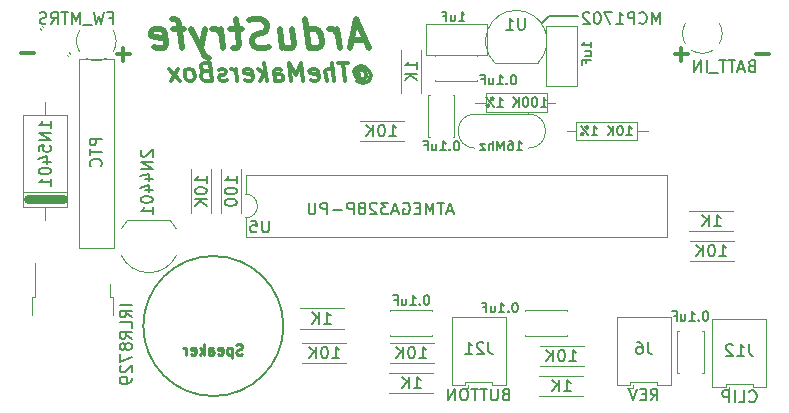
<source format=gbo>
G04 #@! TF.FileFunction,Legend,Bot*
%FSLAX46Y46*%
G04 Gerber Fmt 4.6, Leading zero omitted, Abs format (unit mm)*
G04 Created by KiCad (PCBNEW 4.0.7) date 06/15/19 11:12:25*
%MOMM*%
%LPD*%
G01*
G04 APERTURE LIST*
%ADD10C,0.100000*%
%ADD11C,0.300000*%
%ADD12C,0.500000*%
%ADD13C,0.150000*%
%ADD14C,0.120000*%
%ADD15C,0.800000*%
%ADD16C,0.222250*%
G04 APERTURE END LIST*
D10*
D11*
X65879822Y-90896286D02*
X65942321Y-90824857D01*
X66076250Y-90753429D01*
X66219108Y-90753429D01*
X66370893Y-90824857D01*
X66451250Y-90896286D01*
X66540536Y-91039143D01*
X66558393Y-91182000D01*
X66504821Y-91324857D01*
X66442322Y-91396286D01*
X66308393Y-91467714D01*
X66165535Y-91467714D01*
X66013750Y-91396286D01*
X65933393Y-91324857D01*
X65861965Y-90753429D02*
X65933393Y-91324857D01*
X65870893Y-91396286D01*
X65799465Y-91396286D01*
X65647678Y-91324857D01*
X65558393Y-91182000D01*
X65513750Y-90824857D01*
X65629821Y-90610571D01*
X65826250Y-90467714D01*
X66103036Y-90396286D01*
X66397678Y-90467714D01*
X66629821Y-90610571D01*
X66799464Y-90824857D01*
X66906607Y-91110571D01*
X66870893Y-91396286D01*
X66754821Y-91610571D01*
X66558393Y-91753429D01*
X66281607Y-91824857D01*
X65986965Y-91753429D01*
X65754821Y-91610571D01*
X64995893Y-90110571D02*
X64138750Y-90110571D01*
X64754821Y-91610571D02*
X64567321Y-90110571D01*
X63826250Y-91610571D02*
X63638750Y-90110571D01*
X63183393Y-91610571D02*
X63085179Y-90824857D01*
X63138751Y-90682000D01*
X63272679Y-90610571D01*
X63486964Y-90610571D01*
X63638751Y-90682000D01*
X63719108Y-90753429D01*
X61888751Y-91539143D02*
X62040536Y-91610571D01*
X62326250Y-91610571D01*
X62460179Y-91539143D01*
X62513751Y-91396286D01*
X62442322Y-90824857D01*
X62353036Y-90682000D01*
X62201250Y-90610571D01*
X61915536Y-90610571D01*
X61781608Y-90682000D01*
X61728036Y-90824857D01*
X61745893Y-90967714D01*
X62478036Y-91110571D01*
X61183393Y-91610571D02*
X60995893Y-90110571D01*
X60629822Y-91182000D01*
X59995893Y-90110571D01*
X60183393Y-91610571D01*
X58826250Y-91610571D02*
X58728036Y-90824857D01*
X58781608Y-90682000D01*
X58915536Y-90610571D01*
X59201250Y-90610571D01*
X59353036Y-90682000D01*
X58817322Y-91539143D02*
X58969107Y-91610571D01*
X59326250Y-91610571D01*
X59460179Y-91539143D01*
X59513751Y-91396286D01*
X59495894Y-91253429D01*
X59406607Y-91110571D01*
X59254822Y-91039143D01*
X58897679Y-91039143D01*
X58745893Y-90967714D01*
X58111964Y-91610571D02*
X57924464Y-90110571D01*
X57897679Y-91039143D02*
X57540536Y-91610571D01*
X57415536Y-90610571D02*
X58058393Y-91182000D01*
X56317322Y-91539143D02*
X56469107Y-91610571D01*
X56754821Y-91610571D01*
X56888750Y-91539143D01*
X56942322Y-91396286D01*
X56870893Y-90824857D01*
X56781607Y-90682000D01*
X56629821Y-90610571D01*
X56344107Y-90610571D01*
X56210179Y-90682000D01*
X56156607Y-90824857D01*
X56174464Y-90967714D01*
X56906607Y-91110571D01*
X55611964Y-91610571D02*
X55486964Y-90610571D01*
X55522679Y-90896286D02*
X55433394Y-90753429D01*
X55353036Y-90682000D01*
X55201250Y-90610571D01*
X55058393Y-90610571D01*
X54745894Y-91539143D02*
X54611965Y-91610571D01*
X54326250Y-91610571D01*
X54174465Y-91539143D01*
X54085180Y-91396286D01*
X54076251Y-91324857D01*
X54129822Y-91182000D01*
X54263750Y-91110571D01*
X54478036Y-91110571D01*
X54611965Y-91039143D01*
X54665537Y-90896286D01*
X54656608Y-90824857D01*
X54567322Y-90682000D01*
X54415536Y-90610571D01*
X54201250Y-90610571D01*
X54067322Y-90682000D01*
X52870893Y-90824857D02*
X52665536Y-90896286D01*
X52603036Y-90967714D01*
X52549464Y-91110571D01*
X52576250Y-91324857D01*
X52665536Y-91467714D01*
X52745893Y-91539143D01*
X52897679Y-91610571D01*
X53469107Y-91610571D01*
X53281607Y-90110571D01*
X52781607Y-90110571D01*
X52647679Y-90182000D01*
X52585179Y-90253429D01*
X52531608Y-90396286D01*
X52549465Y-90539143D01*
X52638750Y-90682000D01*
X52719108Y-90753429D01*
X52870893Y-90824857D01*
X53370893Y-90824857D01*
X51754821Y-91610571D02*
X51888751Y-91539143D01*
X51951250Y-91467714D01*
X52004822Y-91324857D01*
X51951251Y-90896286D01*
X51861965Y-90753429D01*
X51781608Y-90682000D01*
X51629821Y-90610571D01*
X51415536Y-90610571D01*
X51281608Y-90682000D01*
X51219108Y-90753429D01*
X51165536Y-90896286D01*
X51219107Y-91324857D01*
X51308393Y-91467714D01*
X51388751Y-91539143D01*
X51540536Y-91610571D01*
X51754821Y-91610571D01*
X50754821Y-91610571D02*
X49844107Y-90610571D01*
X50629821Y-90610571D02*
X49969107Y-91610571D01*
D12*
X66475643Y-88173667D02*
X65285166Y-88173667D01*
X66803024Y-88887952D02*
X65657190Y-86387952D01*
X65136357Y-88887952D01*
X64303024Y-88887952D02*
X64094691Y-87221286D01*
X64154214Y-87697476D02*
X64005405Y-87459381D01*
X63871477Y-87340333D01*
X63618500Y-87221286D01*
X63380405Y-87221286D01*
X61683976Y-88887952D02*
X61371476Y-86387952D01*
X61669095Y-88768905D02*
X61922072Y-88887952D01*
X62398262Y-88887952D01*
X62621476Y-88768905D01*
X62725643Y-88649857D01*
X62814929Y-88411762D01*
X62725643Y-87697476D01*
X62576834Y-87459381D01*
X62442905Y-87340333D01*
X62189929Y-87221286D01*
X61713739Y-87221286D01*
X61490524Y-87340333D01*
X59213738Y-87221286D02*
X59422071Y-88887952D01*
X60285167Y-87221286D02*
X60448857Y-88530810D01*
X60359571Y-88768905D01*
X60136357Y-88887952D01*
X59779214Y-88887952D01*
X59526238Y-88768905D01*
X59392309Y-88649857D01*
X58335762Y-88768905D02*
X57993500Y-88887952D01*
X57398262Y-88887952D01*
X57145285Y-88768905D01*
X57011357Y-88649857D01*
X56862547Y-88411762D01*
X56832785Y-88173667D01*
X56922071Y-87935571D01*
X57026237Y-87816524D01*
X57249452Y-87697476D01*
X57710762Y-87578429D01*
X57933976Y-87459381D01*
X58038143Y-87340333D01*
X58127429Y-87102238D01*
X58097667Y-86864143D01*
X57948857Y-86626048D01*
X57814928Y-86507000D01*
X57561952Y-86387952D01*
X56966714Y-86387952D01*
X56624452Y-86507000D01*
X55999453Y-87221286D02*
X55047072Y-87221286D01*
X55538143Y-86387952D02*
X55806000Y-88530810D01*
X55716714Y-88768905D01*
X55493500Y-88887952D01*
X55255405Y-88887952D01*
X54422072Y-88887952D02*
X54213739Y-87221286D01*
X54273262Y-87697476D02*
X54124453Y-87459381D01*
X53990525Y-87340333D01*
X53737548Y-87221286D01*
X53499453Y-87221286D01*
X52904215Y-87221286D02*
X52517310Y-88887952D01*
X51713739Y-87221286D02*
X52517310Y-88887952D01*
X52829810Y-89483190D01*
X52963739Y-89602238D01*
X53216715Y-89721286D01*
X51118501Y-87221286D02*
X50166120Y-87221286D01*
X50969691Y-88887952D02*
X50701834Y-86745095D01*
X50553024Y-86507000D01*
X50300048Y-86387952D01*
X50061953Y-86387952D01*
X48573858Y-88768905D02*
X48826834Y-88887952D01*
X49303025Y-88887952D01*
X49526239Y-88768905D01*
X49615525Y-88530810D01*
X49496478Y-87578429D01*
X49347668Y-87340333D01*
X49094692Y-87221286D01*
X48618501Y-87221286D01*
X48395287Y-87340333D01*
X48306001Y-87578429D01*
X48335762Y-87816524D01*
X49556001Y-88054619D01*
D13*
X82042000Y-86106000D02*
X84455000Y-86106000D01*
X81407000Y-86741000D02*
X82042000Y-86106000D01*
D11*
X100647428Y-89388143D02*
X99504571Y-89388143D01*
X93789428Y-89388143D02*
X92646571Y-89388143D01*
X93218000Y-89959571D02*
X93218000Y-88816714D01*
X38417428Y-89261143D02*
X37274571Y-89261143D01*
X46545428Y-89388143D02*
X45402571Y-89388143D01*
X45974000Y-89959571D02*
X45974000Y-88816714D01*
D14*
X56328000Y-103235000D02*
G75*
G03X56328000Y-101235000I0J1000000D01*
G01*
X56328000Y-101235000D02*
X56328000Y-99585000D01*
X56328000Y-99585000D02*
X92008000Y-99585000D01*
X92008000Y-99585000D02*
X92008000Y-104885000D01*
X92008000Y-104885000D02*
X56328000Y-104885000D01*
X56328000Y-104885000D02*
X56328000Y-103235000D01*
X96423505Y-88520193D02*
G75*
G03X96423000Y-86739000I-1425505J890193D01*
G01*
X94108106Y-89055358D02*
G75*
G03X95864000Y-89070000I889894J1425358D01*
G01*
X93572642Y-86740106D02*
G75*
G03X93558000Y-88496000I1425358J-889894D01*
G01*
X42797736Y-89689721D02*
G75*
G03X43688000Y-89945000I890264J1424721D01*
G01*
X42262495Y-87374807D02*
G75*
G03X42263000Y-89156000I1425505J-890193D01*
G01*
X45113358Y-89154894D02*
G75*
G03X45128000Y-87399000I-1425358J889894D01*
G01*
X43659326Y-89945099D02*
G75*
G03X44554000Y-89705000I28674J1680099D01*
G01*
X38913000Y-87196000D02*
X39042000Y-87324000D01*
X41163000Y-89446000D02*
X41257000Y-89539000D01*
X39118000Y-86990000D02*
X39212000Y-87084000D01*
X41333000Y-89206000D02*
X41462000Y-89334000D01*
X80268000Y-94435000D02*
X75768000Y-94435000D01*
X80268000Y-97335000D02*
G75*
G03X80268000Y-94435000I0J1450000D01*
G01*
X75768000Y-97335000D02*
G75*
G02X75768000Y-94435000I0J1450000D01*
G01*
D15*
X40870000Y-101675000D02*
X37870000Y-101675000D01*
D14*
X41230000Y-102285000D02*
X37510000Y-102285000D01*
X37510000Y-102285000D02*
X37510000Y-94565000D01*
X37510000Y-94565000D02*
X41230000Y-94565000D01*
X41230000Y-94565000D02*
X41230000Y-102285000D01*
X39370000Y-103395000D02*
X39370000Y-102285000D01*
X39370000Y-93455000D02*
X39370000Y-94565000D01*
X41230000Y-101085000D02*
X37510000Y-101085000D01*
D13*
X59523690Y-112395000D02*
G75*
G03X59523690Y-112395000I-5929690J0D01*
G01*
D14*
X93938000Y-106905000D02*
X97658000Y-106905000D01*
X93938000Y-105185000D02*
X97658000Y-105185000D01*
X81238000Y-115795000D02*
X84958000Y-115795000D01*
X81238000Y-114075000D02*
X84958000Y-114075000D01*
X97578000Y-102645000D02*
X93858000Y-102645000D01*
X97578000Y-104365000D02*
X93858000Y-104365000D01*
X84878000Y-116615000D02*
X81158000Y-116615000D01*
X84878000Y-118335000D02*
X81158000Y-118335000D01*
X81748000Y-86955000D02*
X81748000Y-92075000D01*
X84368000Y-86955000D02*
X84368000Y-92075000D01*
X81748000Y-86955000D02*
X84368000Y-86955000D01*
X81748000Y-92075000D02*
X84368000Y-92075000D01*
X76748000Y-86828000D02*
X71628000Y-86828000D01*
X76748000Y-89448000D02*
X71628000Y-89448000D01*
X76748000Y-86828000D02*
X76748000Y-89448000D01*
X71628000Y-86828000D02*
X71628000Y-89448000D01*
X80008000Y-113251000D02*
X83528000Y-113251000D01*
X80008000Y-111031000D02*
X83528000Y-111031000D01*
X80008000Y-113251000D02*
X80008000Y-113137000D01*
X80008000Y-111145000D02*
X80008000Y-111031000D01*
X83528000Y-113251000D02*
X83528000Y-113137000D01*
X83528000Y-111145000D02*
X83528000Y-111031000D01*
X92888000Y-112855000D02*
X92888000Y-116375000D01*
X95108000Y-112855000D02*
X95108000Y-116375000D01*
X92888000Y-112855000D02*
X93002000Y-112855000D01*
X94994000Y-112855000D02*
X95108000Y-112855000D01*
X92888000Y-116375000D02*
X93002000Y-116375000D01*
X94994000Y-116375000D02*
X95108000Y-116375000D01*
X97248000Y-117515000D02*
X97248000Y-117815000D01*
X97248000Y-117815000D02*
X96748000Y-117815000D01*
X98123000Y-117265000D02*
X96998000Y-117265000D01*
X96998000Y-117265000D02*
X96998000Y-117565000D01*
X96998000Y-117565000D02*
X95848000Y-117565000D01*
X95848000Y-117565000D02*
X95848000Y-111765000D01*
X95848000Y-111765000D02*
X98123000Y-111765000D01*
X98123000Y-117265000D02*
X99248000Y-117265000D01*
X99248000Y-117265000D02*
X99248000Y-117565000D01*
X99248000Y-117565000D02*
X100398000Y-117565000D01*
X100398000Y-117565000D02*
X100398000Y-111765000D01*
X100398000Y-111765000D02*
X98123000Y-111765000D01*
X81048000Y-90115000D02*
X77448000Y-90115000D01*
X81086478Y-90103478D02*
G75*
G03X79248000Y-85665000I-1838478J1838478D01*
G01*
X77409522Y-90103478D02*
G75*
G02X79248000Y-85665000I1838478J1838478D01*
G01*
X71788000Y-92835000D02*
X71788000Y-96355000D01*
X74008000Y-92835000D02*
X74008000Y-96355000D01*
X71788000Y-92835000D02*
X71902000Y-92835000D01*
X73894000Y-92835000D02*
X74008000Y-92835000D01*
X71788000Y-96355000D02*
X71902000Y-96355000D01*
X73894000Y-96355000D02*
X74008000Y-96355000D01*
X72388000Y-91661000D02*
X75908000Y-91661000D01*
X72388000Y-89441000D02*
X75908000Y-89441000D01*
X72388000Y-91661000D02*
X72388000Y-91547000D01*
X72388000Y-89555000D02*
X72388000Y-89441000D01*
X75908000Y-91661000D02*
X75908000Y-91547000D01*
X75908000Y-89555000D02*
X75908000Y-89441000D01*
X65998000Y-96745000D02*
X69718000Y-96745000D01*
X65998000Y-95025000D02*
X69718000Y-95025000D01*
X68578000Y-113251000D02*
X72098000Y-113251000D01*
X68578000Y-111031000D02*
X72098000Y-111031000D01*
X68578000Y-113251000D02*
X68578000Y-113137000D01*
X68578000Y-111145000D02*
X68578000Y-111031000D01*
X72098000Y-113251000D02*
X72098000Y-113137000D01*
X72098000Y-111145000D02*
X72098000Y-111031000D01*
X72178000Y-116361000D02*
X68458000Y-116361000D01*
X72178000Y-118081000D02*
X68458000Y-118081000D01*
X68538000Y-115541000D02*
X72258000Y-115541000D01*
X68538000Y-113821000D02*
X72258000Y-113821000D01*
X53438000Y-102785000D02*
X53438000Y-99065000D01*
X51718000Y-102785000D02*
X51718000Y-99065000D01*
X55978000Y-102785000D02*
X55978000Y-99065000D01*
X54258000Y-102785000D02*
X54258000Y-99065000D01*
X42188000Y-105790000D02*
X45188000Y-105790000D01*
X42188000Y-89790000D02*
X42188000Y-105790000D01*
X45188000Y-89790000D02*
X42188000Y-89790000D01*
X45188000Y-105790000D02*
X45188000Y-89790000D01*
X75188000Y-117355000D02*
X75188000Y-117655000D01*
X75188000Y-117655000D02*
X74688000Y-117655000D01*
X76063000Y-117105000D02*
X74938000Y-117105000D01*
X74938000Y-117105000D02*
X74938000Y-117405000D01*
X74938000Y-117405000D02*
X73788000Y-117405000D01*
X73788000Y-117405000D02*
X73788000Y-111605000D01*
X73788000Y-111605000D02*
X76063000Y-111605000D01*
X76063000Y-117105000D02*
X77188000Y-117105000D01*
X77188000Y-117105000D02*
X77188000Y-117405000D01*
X77188000Y-117405000D02*
X78338000Y-117405000D01*
X78338000Y-117405000D02*
X78338000Y-111605000D01*
X78338000Y-111605000D02*
X76063000Y-111605000D01*
X89158000Y-117355000D02*
X89158000Y-117655000D01*
X89158000Y-117655000D02*
X88658000Y-117655000D01*
X90033000Y-117105000D02*
X88908000Y-117105000D01*
X88908000Y-117105000D02*
X88908000Y-117405000D01*
X88908000Y-117405000D02*
X87758000Y-117405000D01*
X87758000Y-117405000D02*
X87758000Y-111605000D01*
X87758000Y-111605000D02*
X90033000Y-111605000D01*
X90033000Y-117105000D02*
X91158000Y-117105000D01*
X91158000Y-117105000D02*
X91158000Y-117405000D01*
X91158000Y-117405000D02*
X92308000Y-117405000D01*
X92308000Y-117405000D02*
X92308000Y-111605000D01*
X92308000Y-111605000D02*
X90033000Y-111605000D01*
X69498000Y-88985000D02*
X69498000Y-92705000D01*
X71218000Y-88985000D02*
X71218000Y-92705000D01*
D10*
X76658000Y-93472000D02*
X75758000Y-93472000D01*
X81858000Y-93472000D02*
X82558000Y-93472000D01*
X81858000Y-94272000D02*
X81858000Y-92672000D01*
X81858000Y-92672000D02*
X76658000Y-92672000D01*
X76658000Y-92672000D02*
X76658000Y-94272000D01*
X76658000Y-94272000D02*
X81858000Y-94272000D01*
X89458000Y-95885000D02*
X90358000Y-95885000D01*
X84258000Y-95885000D02*
X83558000Y-95885000D01*
X84258000Y-95085000D02*
X84258000Y-96685000D01*
X84258000Y-96685000D02*
X89458000Y-96685000D01*
X89458000Y-96685000D02*
X89458000Y-95085000D01*
X89458000Y-95085000D02*
X84258000Y-95085000D01*
D14*
X64812000Y-113821000D02*
X61092000Y-113821000D01*
X64812000Y-115541000D02*
X61092000Y-115541000D01*
X60918000Y-112620000D02*
X64638000Y-112620000D01*
X60918000Y-110900000D02*
X64638000Y-110900000D01*
X38206000Y-111425000D02*
X38206000Y-109925000D01*
X38206000Y-109925000D02*
X38476000Y-109925000D01*
X38476000Y-109925000D02*
X38476000Y-107095000D01*
X45106000Y-111425000D02*
X45106000Y-109925000D01*
X45106000Y-109925000D02*
X44836000Y-109925000D01*
X44836000Y-109925000D02*
X44836000Y-108825000D01*
X46333000Y-103433000D02*
X49933000Y-103433000D01*
X45808816Y-104160205D02*
G75*
G02X46333000Y-103433000I2324184J-1122795D01*
G01*
X45776600Y-106381807D02*
G75*
G03X48133000Y-107883000I2356400J1098807D01*
G01*
X50489400Y-106381807D02*
G75*
G02X48133000Y-107883000I-2356400J1098807D01*
G01*
X50457184Y-104160205D02*
G75*
G03X49933000Y-103433000I-2324184J-1122795D01*
G01*
D13*
X58292905Y-103465381D02*
X58292905Y-104274905D01*
X58245286Y-104370143D01*
X58197667Y-104417762D01*
X58102429Y-104465381D01*
X57911952Y-104465381D01*
X57816714Y-104417762D01*
X57769095Y-104370143D01*
X57721476Y-104274905D01*
X57721476Y-103465381D01*
X56769095Y-103465381D02*
X57245286Y-103465381D01*
X57292905Y-103941571D01*
X57245286Y-103893952D01*
X57150048Y-103846333D01*
X56911952Y-103846333D01*
X56816714Y-103893952D01*
X56769095Y-103941571D01*
X56721476Y-104036810D01*
X56721476Y-104274905D01*
X56769095Y-104370143D01*
X56816714Y-104417762D01*
X56911952Y-104465381D01*
X57150048Y-104465381D01*
X57245286Y-104417762D01*
X57292905Y-104370143D01*
X73897357Y-102655667D02*
X73421166Y-102655667D01*
X73992595Y-102941381D02*
X73659262Y-101941381D01*
X73325928Y-102941381D01*
X73135452Y-101941381D02*
X72564023Y-101941381D01*
X72849738Y-102941381D02*
X72849738Y-101941381D01*
X72230690Y-102941381D02*
X72230690Y-101941381D01*
X71897356Y-102655667D01*
X71564023Y-101941381D01*
X71564023Y-102941381D01*
X71087833Y-102417571D02*
X70754499Y-102417571D01*
X70611642Y-102941381D02*
X71087833Y-102941381D01*
X71087833Y-101941381D01*
X70611642Y-101941381D01*
X69659261Y-101989000D02*
X69754499Y-101941381D01*
X69897356Y-101941381D01*
X70040214Y-101989000D01*
X70135452Y-102084238D01*
X70183071Y-102179476D01*
X70230690Y-102369952D01*
X70230690Y-102512810D01*
X70183071Y-102703286D01*
X70135452Y-102798524D01*
X70040214Y-102893762D01*
X69897356Y-102941381D01*
X69802118Y-102941381D01*
X69659261Y-102893762D01*
X69611642Y-102846143D01*
X69611642Y-102512810D01*
X69802118Y-102512810D01*
X69230690Y-102655667D02*
X68754499Y-102655667D01*
X69325928Y-102941381D02*
X68992595Y-101941381D01*
X68659261Y-102941381D01*
X68421166Y-101941381D02*
X67802118Y-101941381D01*
X68135452Y-102322333D01*
X67992594Y-102322333D01*
X67897356Y-102369952D01*
X67849737Y-102417571D01*
X67802118Y-102512810D01*
X67802118Y-102750905D01*
X67849737Y-102846143D01*
X67897356Y-102893762D01*
X67992594Y-102941381D01*
X68278309Y-102941381D01*
X68373547Y-102893762D01*
X68421166Y-102846143D01*
X67421166Y-102036619D02*
X67373547Y-101989000D01*
X67278309Y-101941381D01*
X67040213Y-101941381D01*
X66944975Y-101989000D01*
X66897356Y-102036619D01*
X66849737Y-102131857D01*
X66849737Y-102227095D01*
X66897356Y-102369952D01*
X67468785Y-102941381D01*
X66849737Y-102941381D01*
X66278309Y-102369952D02*
X66373547Y-102322333D01*
X66421166Y-102274714D01*
X66468785Y-102179476D01*
X66468785Y-102131857D01*
X66421166Y-102036619D01*
X66373547Y-101989000D01*
X66278309Y-101941381D01*
X66087832Y-101941381D01*
X65992594Y-101989000D01*
X65944975Y-102036619D01*
X65897356Y-102131857D01*
X65897356Y-102179476D01*
X65944975Y-102274714D01*
X65992594Y-102322333D01*
X66087832Y-102369952D01*
X66278309Y-102369952D01*
X66373547Y-102417571D01*
X66421166Y-102465190D01*
X66468785Y-102560429D01*
X66468785Y-102750905D01*
X66421166Y-102846143D01*
X66373547Y-102893762D01*
X66278309Y-102941381D01*
X66087832Y-102941381D01*
X65992594Y-102893762D01*
X65944975Y-102846143D01*
X65897356Y-102750905D01*
X65897356Y-102560429D01*
X65944975Y-102465190D01*
X65992594Y-102417571D01*
X66087832Y-102369952D01*
X65468785Y-102941381D02*
X65468785Y-101941381D01*
X65087832Y-101941381D01*
X64992594Y-101989000D01*
X64944975Y-102036619D01*
X64897356Y-102131857D01*
X64897356Y-102274714D01*
X64944975Y-102369952D01*
X64992594Y-102417571D01*
X65087832Y-102465190D01*
X65468785Y-102465190D01*
X64468785Y-102560429D02*
X63706880Y-102560429D01*
X63230690Y-102941381D02*
X63230690Y-101941381D01*
X62849737Y-101941381D01*
X62754499Y-101989000D01*
X62706880Y-102036619D01*
X62659261Y-102131857D01*
X62659261Y-102274714D01*
X62706880Y-102369952D01*
X62754499Y-102417571D01*
X62849737Y-102465190D01*
X63230690Y-102465190D01*
X62230690Y-101941381D02*
X62230690Y-102750905D01*
X62183071Y-102846143D01*
X62135452Y-102893762D01*
X62040214Y-102941381D01*
X61849737Y-102941381D01*
X61754499Y-102893762D01*
X61706880Y-102846143D01*
X61659261Y-102750905D01*
X61659261Y-101941381D01*
X99162904Y-90352571D02*
X99020047Y-90400190D01*
X98972428Y-90447810D01*
X98924809Y-90543048D01*
X98924809Y-90685905D01*
X98972428Y-90781143D01*
X99020047Y-90828762D01*
X99115285Y-90876381D01*
X99496238Y-90876381D01*
X99496238Y-89876381D01*
X99162904Y-89876381D01*
X99067666Y-89924000D01*
X99020047Y-89971619D01*
X98972428Y-90066857D01*
X98972428Y-90162095D01*
X99020047Y-90257333D01*
X99067666Y-90304952D01*
X99162904Y-90352571D01*
X99496238Y-90352571D01*
X98543857Y-90590667D02*
X98067666Y-90590667D01*
X98639095Y-90876381D02*
X98305762Y-89876381D01*
X97972428Y-90876381D01*
X97781952Y-89876381D02*
X97210523Y-89876381D01*
X97496238Y-90876381D02*
X97496238Y-89876381D01*
X97020047Y-89876381D02*
X96448618Y-89876381D01*
X96734333Y-90876381D02*
X96734333Y-89876381D01*
X96353380Y-90971619D02*
X95591475Y-90971619D01*
X95353380Y-90876381D02*
X95353380Y-89876381D01*
X94877190Y-90876381D02*
X94877190Y-89876381D01*
X94305761Y-90876381D01*
X94305761Y-89876381D01*
X44736095Y-86293571D02*
X45069429Y-86293571D01*
X45069429Y-86817381D02*
X45069429Y-85817381D01*
X44593238Y-85817381D01*
X44307524Y-85817381D02*
X44069429Y-86817381D01*
X43878952Y-86103095D01*
X43688476Y-86817381D01*
X43450381Y-85817381D01*
X43307524Y-86912619D02*
X42545619Y-86912619D01*
X42307524Y-86817381D02*
X42307524Y-85817381D01*
X41974190Y-86531667D01*
X41640857Y-85817381D01*
X41640857Y-86817381D01*
X41307524Y-85817381D02*
X40736095Y-85817381D01*
X41021810Y-86817381D02*
X41021810Y-85817381D01*
X39831333Y-86817381D02*
X40164667Y-86341190D01*
X40402762Y-86817381D02*
X40402762Y-85817381D01*
X40021809Y-85817381D01*
X39926571Y-85865000D01*
X39878952Y-85912619D01*
X39831333Y-86007857D01*
X39831333Y-86150714D01*
X39878952Y-86245952D01*
X39926571Y-86293571D01*
X40021809Y-86341190D01*
X40402762Y-86341190D01*
X39450381Y-86769762D02*
X39307524Y-86817381D01*
X39069428Y-86817381D01*
X38974190Y-86769762D01*
X38926571Y-86722143D01*
X38878952Y-86626905D01*
X38878952Y-86531667D01*
X38926571Y-86436429D01*
X38974190Y-86388810D01*
X39069428Y-86341190D01*
X39259905Y-86293571D01*
X39355143Y-86245952D01*
X39402762Y-86198333D01*
X39450381Y-86103095D01*
X39450381Y-86007857D01*
X39402762Y-85912619D01*
X39355143Y-85865000D01*
X39259905Y-85817381D01*
X39021809Y-85817381D01*
X38878952Y-85865000D01*
X79273238Y-97516905D02*
X79730381Y-97516905D01*
X79501810Y-97516905D02*
X79501810Y-96716905D01*
X79578000Y-96831190D01*
X79654191Y-96907381D01*
X79730381Y-96945476D01*
X78587524Y-96716905D02*
X78739905Y-96716905D01*
X78816095Y-96755000D01*
X78854190Y-96793095D01*
X78930381Y-96907381D01*
X78968476Y-97059762D01*
X78968476Y-97364524D01*
X78930381Y-97440714D01*
X78892286Y-97478810D01*
X78816095Y-97516905D01*
X78663714Y-97516905D01*
X78587524Y-97478810D01*
X78549428Y-97440714D01*
X78511333Y-97364524D01*
X78511333Y-97174048D01*
X78549428Y-97097857D01*
X78587524Y-97059762D01*
X78663714Y-97021667D01*
X78816095Y-97021667D01*
X78892286Y-97059762D01*
X78930381Y-97097857D01*
X78968476Y-97174048D01*
X78168476Y-97516905D02*
X78168476Y-96716905D01*
X77901809Y-97288333D01*
X77635142Y-96716905D01*
X77635142Y-97516905D01*
X77254190Y-97516905D02*
X77254190Y-96716905D01*
X76911333Y-97516905D02*
X76911333Y-97097857D01*
X76949428Y-97021667D01*
X77025618Y-96983571D01*
X77139904Y-96983571D01*
X77216095Y-97021667D01*
X77254190Y-97059762D01*
X76606570Y-96983571D02*
X76187523Y-96983571D01*
X76606570Y-97516905D01*
X76187523Y-97516905D01*
X39822381Y-95647143D02*
X39822381Y-95075714D01*
X39822381Y-95361428D02*
X38822381Y-95361428D01*
X38965238Y-95266190D01*
X39060476Y-95170952D01*
X39108095Y-95075714D01*
X39822381Y-96075714D02*
X38822381Y-96075714D01*
X39822381Y-96647143D01*
X38822381Y-96647143D01*
X38822381Y-97599524D02*
X38822381Y-97123333D01*
X39298571Y-97075714D01*
X39250952Y-97123333D01*
X39203333Y-97218571D01*
X39203333Y-97456667D01*
X39250952Y-97551905D01*
X39298571Y-97599524D01*
X39393810Y-97647143D01*
X39631905Y-97647143D01*
X39727143Y-97599524D01*
X39774762Y-97551905D01*
X39822381Y-97456667D01*
X39822381Y-97218571D01*
X39774762Y-97123333D01*
X39727143Y-97075714D01*
X39155714Y-98504286D02*
X39822381Y-98504286D01*
X38774762Y-98266190D02*
X39489048Y-98028095D01*
X39489048Y-98647143D01*
X38822381Y-99218571D02*
X38822381Y-99313810D01*
X38870000Y-99409048D01*
X38917619Y-99456667D01*
X39012857Y-99504286D01*
X39203333Y-99551905D01*
X39441429Y-99551905D01*
X39631905Y-99504286D01*
X39727143Y-99456667D01*
X39774762Y-99409048D01*
X39822381Y-99313810D01*
X39822381Y-99218571D01*
X39774762Y-99123333D01*
X39727143Y-99075714D01*
X39631905Y-99028095D01*
X39441429Y-98980476D01*
X39203333Y-98980476D01*
X39012857Y-99028095D01*
X38917619Y-99075714D01*
X38870000Y-99123333D01*
X38822381Y-99218571D01*
X39822381Y-100504286D02*
X39822381Y-99932857D01*
X39822381Y-100218571D02*
X38822381Y-100218571D01*
X38965238Y-100123333D01*
X39060476Y-100028095D01*
X39108095Y-99932857D01*
D16*
X56049333Y-114786833D02*
X55922333Y-114829167D01*
X55710666Y-114829167D01*
X55625999Y-114786833D01*
X55583666Y-114744500D01*
X55541333Y-114659833D01*
X55541333Y-114575167D01*
X55583666Y-114490500D01*
X55625999Y-114448167D01*
X55710666Y-114405833D01*
X55879999Y-114363500D01*
X55964666Y-114321167D01*
X56006999Y-114278833D01*
X56049333Y-114194167D01*
X56049333Y-114109500D01*
X56006999Y-114024833D01*
X55964666Y-113982500D01*
X55879999Y-113940167D01*
X55668333Y-113940167D01*
X55541333Y-113982500D01*
X55160332Y-114236500D02*
X55160332Y-115125500D01*
X55160332Y-114278833D02*
X55075666Y-114236500D01*
X54906332Y-114236500D01*
X54821666Y-114278833D01*
X54779332Y-114321167D01*
X54736999Y-114405833D01*
X54736999Y-114659833D01*
X54779332Y-114744500D01*
X54821666Y-114786833D01*
X54906332Y-114829167D01*
X55075666Y-114829167D01*
X55160332Y-114786833D01*
X54017333Y-114786833D02*
X54101999Y-114829167D01*
X54271333Y-114829167D01*
X54355999Y-114786833D01*
X54398333Y-114702167D01*
X54398333Y-114363500D01*
X54355999Y-114278833D01*
X54271333Y-114236500D01*
X54101999Y-114236500D01*
X54017333Y-114278833D01*
X53974999Y-114363500D01*
X53974999Y-114448167D01*
X54398333Y-114532833D01*
X53212999Y-114829167D02*
X53212999Y-114363500D01*
X53255333Y-114278833D01*
X53339999Y-114236500D01*
X53509333Y-114236500D01*
X53593999Y-114278833D01*
X53212999Y-114786833D02*
X53297666Y-114829167D01*
X53509333Y-114829167D01*
X53593999Y-114786833D01*
X53636333Y-114702167D01*
X53636333Y-114617500D01*
X53593999Y-114532833D01*
X53509333Y-114490500D01*
X53297666Y-114490500D01*
X53212999Y-114448167D01*
X52789666Y-114829167D02*
X52789666Y-113940167D01*
X52705000Y-114490500D02*
X52451000Y-114829167D01*
X52451000Y-114236500D02*
X52789666Y-114575167D01*
X51731333Y-114786833D02*
X51815999Y-114829167D01*
X51985333Y-114829167D01*
X52069999Y-114786833D01*
X52112333Y-114702167D01*
X52112333Y-114363500D01*
X52069999Y-114278833D01*
X51985333Y-114236500D01*
X51815999Y-114236500D01*
X51731333Y-114278833D01*
X51688999Y-114363500D01*
X51688999Y-114448167D01*
X52112333Y-114532833D01*
X51307999Y-114829167D02*
X51307999Y-114236500D01*
X51307999Y-114405833D02*
X51265666Y-114321167D01*
X51223333Y-114278833D01*
X51138666Y-114236500D01*
X51053999Y-114236500D01*
D13*
X96448476Y-106497381D02*
X97019905Y-106497381D01*
X96734191Y-106497381D02*
X96734191Y-105497381D01*
X96829429Y-105640238D01*
X96924667Y-105735476D01*
X97019905Y-105783095D01*
X95829429Y-105497381D02*
X95734190Y-105497381D01*
X95638952Y-105545000D01*
X95591333Y-105592619D01*
X95543714Y-105687857D01*
X95496095Y-105878333D01*
X95496095Y-106116429D01*
X95543714Y-106306905D01*
X95591333Y-106402143D01*
X95638952Y-106449762D01*
X95734190Y-106497381D01*
X95829429Y-106497381D01*
X95924667Y-106449762D01*
X95972286Y-106402143D01*
X96019905Y-106306905D01*
X96067524Y-106116429D01*
X96067524Y-105878333D01*
X96019905Y-105687857D01*
X95972286Y-105592619D01*
X95924667Y-105545000D01*
X95829429Y-105497381D01*
X95067524Y-106497381D02*
X95067524Y-105497381D01*
X94496095Y-106497381D02*
X94924667Y-105925952D01*
X94496095Y-105497381D02*
X95067524Y-106068810D01*
X83748476Y-115387381D02*
X84319905Y-115387381D01*
X84034191Y-115387381D02*
X84034191Y-114387381D01*
X84129429Y-114530238D01*
X84224667Y-114625476D01*
X84319905Y-114673095D01*
X83129429Y-114387381D02*
X83034190Y-114387381D01*
X82938952Y-114435000D01*
X82891333Y-114482619D01*
X82843714Y-114577857D01*
X82796095Y-114768333D01*
X82796095Y-115006429D01*
X82843714Y-115196905D01*
X82891333Y-115292143D01*
X82938952Y-115339762D01*
X83034190Y-115387381D01*
X83129429Y-115387381D01*
X83224667Y-115339762D01*
X83272286Y-115292143D01*
X83319905Y-115196905D01*
X83367524Y-115006429D01*
X83367524Y-114768333D01*
X83319905Y-114577857D01*
X83272286Y-114482619D01*
X83224667Y-114435000D01*
X83129429Y-114387381D01*
X82367524Y-115387381D02*
X82367524Y-114387381D01*
X81796095Y-115387381D02*
X82224667Y-114815952D01*
X81796095Y-114387381D02*
X82367524Y-114958810D01*
X95972285Y-103957381D02*
X96543714Y-103957381D01*
X96258000Y-103957381D02*
X96258000Y-102957381D01*
X96353238Y-103100238D01*
X96448476Y-103195476D01*
X96543714Y-103243095D01*
X95543714Y-103957381D02*
X95543714Y-102957381D01*
X94972285Y-103957381D02*
X95400857Y-103385952D01*
X94972285Y-102957381D02*
X95543714Y-103528810D01*
X83272285Y-117927381D02*
X83843714Y-117927381D01*
X83558000Y-117927381D02*
X83558000Y-116927381D01*
X83653238Y-117070238D01*
X83748476Y-117165476D01*
X83843714Y-117213095D01*
X82843714Y-117927381D02*
X82843714Y-116927381D01*
X82272285Y-117927381D02*
X82700857Y-117355952D01*
X82272285Y-116927381D02*
X82843714Y-117498810D01*
X85578905Y-88804810D02*
X85578905Y-88347667D01*
X85578905Y-88576238D02*
X84778905Y-88576238D01*
X84893190Y-88500048D01*
X84969381Y-88423857D01*
X85007476Y-88347667D01*
X85045571Y-89490524D02*
X85578905Y-89490524D01*
X85045571Y-89147667D02*
X85464619Y-89147667D01*
X85540810Y-89185762D01*
X85578905Y-89261953D01*
X85578905Y-89376239D01*
X85540810Y-89452429D01*
X85502714Y-89490524D01*
X85159857Y-90138144D02*
X85159857Y-89871477D01*
X85578905Y-89871477D02*
X84778905Y-89871477D01*
X84778905Y-90252430D01*
X74390190Y-86594905D02*
X74847333Y-86594905D01*
X74618762Y-86594905D02*
X74618762Y-85794905D01*
X74694952Y-85909190D01*
X74771143Y-85985381D01*
X74847333Y-86023476D01*
X73704476Y-86061571D02*
X73704476Y-86594905D01*
X74047333Y-86061571D02*
X74047333Y-86480619D01*
X74009238Y-86556810D01*
X73933047Y-86594905D01*
X73818761Y-86594905D01*
X73742571Y-86556810D01*
X73704476Y-86518714D01*
X73056856Y-86175857D02*
X73323523Y-86175857D01*
X73323523Y-86594905D02*
X73323523Y-85794905D01*
X72942570Y-85794905D01*
X79165286Y-110432905D02*
X79089095Y-110432905D01*
X79012905Y-110471000D01*
X78974810Y-110509095D01*
X78936714Y-110585286D01*
X78898619Y-110737667D01*
X78898619Y-110928143D01*
X78936714Y-111080524D01*
X78974810Y-111156714D01*
X79012905Y-111194810D01*
X79089095Y-111232905D01*
X79165286Y-111232905D01*
X79241476Y-111194810D01*
X79279572Y-111156714D01*
X79317667Y-111080524D01*
X79355762Y-110928143D01*
X79355762Y-110737667D01*
X79317667Y-110585286D01*
X79279572Y-110509095D01*
X79241476Y-110471000D01*
X79165286Y-110432905D01*
X78555762Y-111156714D02*
X78517667Y-111194810D01*
X78555762Y-111232905D01*
X78593857Y-111194810D01*
X78555762Y-111156714D01*
X78555762Y-111232905D01*
X77755762Y-111232905D02*
X78212905Y-111232905D01*
X77984334Y-111232905D02*
X77984334Y-110432905D01*
X78060524Y-110547190D01*
X78136715Y-110623381D01*
X78212905Y-110661476D01*
X77070048Y-110699571D02*
X77070048Y-111232905D01*
X77412905Y-110699571D02*
X77412905Y-111118619D01*
X77374810Y-111194810D01*
X77298619Y-111232905D01*
X77184333Y-111232905D01*
X77108143Y-111194810D01*
X77070048Y-111156714D01*
X76422428Y-110813857D02*
X76689095Y-110813857D01*
X76689095Y-111232905D02*
X76689095Y-110432905D01*
X76308142Y-110432905D01*
X95312286Y-111148905D02*
X95236095Y-111148905D01*
X95159905Y-111187000D01*
X95121810Y-111225095D01*
X95083714Y-111301286D01*
X95045619Y-111453667D01*
X95045619Y-111644143D01*
X95083714Y-111796524D01*
X95121810Y-111872714D01*
X95159905Y-111910810D01*
X95236095Y-111948905D01*
X95312286Y-111948905D01*
X95388476Y-111910810D01*
X95426572Y-111872714D01*
X95464667Y-111796524D01*
X95502762Y-111644143D01*
X95502762Y-111453667D01*
X95464667Y-111301286D01*
X95426572Y-111225095D01*
X95388476Y-111187000D01*
X95312286Y-111148905D01*
X94702762Y-111872714D02*
X94664667Y-111910810D01*
X94702762Y-111948905D01*
X94740857Y-111910810D01*
X94702762Y-111872714D01*
X94702762Y-111948905D01*
X93902762Y-111948905D02*
X94359905Y-111948905D01*
X94131334Y-111948905D02*
X94131334Y-111148905D01*
X94207524Y-111263190D01*
X94283715Y-111339381D01*
X94359905Y-111377476D01*
X93217048Y-111415571D02*
X93217048Y-111948905D01*
X93559905Y-111415571D02*
X93559905Y-111834619D01*
X93521810Y-111910810D01*
X93445619Y-111948905D01*
X93331333Y-111948905D01*
X93255143Y-111910810D01*
X93217048Y-111872714D01*
X92569428Y-111529857D02*
X92836095Y-111529857D01*
X92836095Y-111948905D02*
X92836095Y-111148905D01*
X92455142Y-111148905D01*
X98942523Y-113912381D02*
X98942523Y-114626667D01*
X98990143Y-114769524D01*
X99085381Y-114864762D01*
X99228238Y-114912381D01*
X99323476Y-114912381D01*
X97942523Y-114912381D02*
X98513952Y-114912381D01*
X98228238Y-114912381D02*
X98228238Y-113912381D01*
X98323476Y-114055238D01*
X98418714Y-114150476D01*
X98513952Y-114198095D01*
X97561571Y-114007619D02*
X97513952Y-113960000D01*
X97418714Y-113912381D01*
X97180618Y-113912381D01*
X97085380Y-113960000D01*
X97037761Y-114007619D01*
X96990142Y-114102857D01*
X96990142Y-114198095D01*
X97037761Y-114340952D01*
X97609190Y-114912381D01*
X96990142Y-114912381D01*
X98966333Y-118754143D02*
X99013952Y-118801762D01*
X99156809Y-118849381D01*
X99252047Y-118849381D01*
X99394905Y-118801762D01*
X99490143Y-118706524D01*
X99537762Y-118611286D01*
X99585381Y-118420810D01*
X99585381Y-118277952D01*
X99537762Y-118087476D01*
X99490143Y-117992238D01*
X99394905Y-117897000D01*
X99252047Y-117849381D01*
X99156809Y-117849381D01*
X99013952Y-117897000D01*
X98966333Y-117944619D01*
X98061571Y-118849381D02*
X98537762Y-118849381D01*
X98537762Y-117849381D01*
X97728238Y-118849381D02*
X97728238Y-117849381D01*
X97252048Y-118849381D02*
X97252048Y-117849381D01*
X96871095Y-117849381D01*
X96775857Y-117897000D01*
X96728238Y-117944619D01*
X96680619Y-118039857D01*
X96680619Y-118182714D01*
X96728238Y-118277952D01*
X96775857Y-118325571D01*
X96871095Y-118373190D01*
X97252048Y-118373190D01*
X79959905Y-86307381D02*
X79959905Y-87116905D01*
X79912286Y-87212143D01*
X79864667Y-87259762D01*
X79769429Y-87307381D01*
X79578952Y-87307381D01*
X79483714Y-87259762D01*
X79436095Y-87212143D01*
X79388476Y-87116905D01*
X79388476Y-86307381D01*
X78388476Y-87307381D02*
X78959905Y-87307381D01*
X78674191Y-87307381D02*
X78674191Y-86307381D01*
X78769429Y-86450238D01*
X78864667Y-86545476D01*
X78959905Y-86593095D01*
X91376095Y-86812381D02*
X91376095Y-85812381D01*
X91042761Y-86526667D01*
X90709428Y-85812381D01*
X90709428Y-86812381D01*
X89661809Y-86717143D02*
X89709428Y-86764762D01*
X89852285Y-86812381D01*
X89947523Y-86812381D01*
X90090381Y-86764762D01*
X90185619Y-86669524D01*
X90233238Y-86574286D01*
X90280857Y-86383810D01*
X90280857Y-86240952D01*
X90233238Y-86050476D01*
X90185619Y-85955238D01*
X90090381Y-85860000D01*
X89947523Y-85812381D01*
X89852285Y-85812381D01*
X89709428Y-85860000D01*
X89661809Y-85907619D01*
X89233238Y-86812381D02*
X89233238Y-85812381D01*
X88852285Y-85812381D01*
X88757047Y-85860000D01*
X88709428Y-85907619D01*
X88661809Y-86002857D01*
X88661809Y-86145714D01*
X88709428Y-86240952D01*
X88757047Y-86288571D01*
X88852285Y-86336190D01*
X89233238Y-86336190D01*
X87709428Y-86812381D02*
X88280857Y-86812381D01*
X87995143Y-86812381D02*
X87995143Y-85812381D01*
X88090381Y-85955238D01*
X88185619Y-86050476D01*
X88280857Y-86098095D01*
X87376095Y-85812381D02*
X86709428Y-85812381D01*
X87138000Y-86812381D01*
X86138000Y-85812381D02*
X86042761Y-85812381D01*
X85947523Y-85860000D01*
X85899904Y-85907619D01*
X85852285Y-86002857D01*
X85804666Y-86193333D01*
X85804666Y-86431429D01*
X85852285Y-86621905D01*
X85899904Y-86717143D01*
X85947523Y-86764762D01*
X86042761Y-86812381D01*
X86138000Y-86812381D01*
X86233238Y-86764762D01*
X86280857Y-86717143D01*
X86328476Y-86621905D01*
X86376095Y-86431429D01*
X86376095Y-86193333D01*
X86328476Y-86002857D01*
X86280857Y-85907619D01*
X86233238Y-85860000D01*
X86138000Y-85812381D01*
X85423714Y-85907619D02*
X85376095Y-85860000D01*
X85280857Y-85812381D01*
X85042761Y-85812381D01*
X84947523Y-85860000D01*
X84899904Y-85907619D01*
X84852285Y-86002857D01*
X84852285Y-86098095D01*
X84899904Y-86240952D01*
X85471333Y-86812381D01*
X84852285Y-86812381D01*
X74212286Y-96716905D02*
X74136095Y-96716905D01*
X74059905Y-96755000D01*
X74021810Y-96793095D01*
X73983714Y-96869286D01*
X73945619Y-97021667D01*
X73945619Y-97212143D01*
X73983714Y-97364524D01*
X74021810Y-97440714D01*
X74059905Y-97478810D01*
X74136095Y-97516905D01*
X74212286Y-97516905D01*
X74288476Y-97478810D01*
X74326572Y-97440714D01*
X74364667Y-97364524D01*
X74402762Y-97212143D01*
X74402762Y-97021667D01*
X74364667Y-96869286D01*
X74326572Y-96793095D01*
X74288476Y-96755000D01*
X74212286Y-96716905D01*
X73602762Y-97440714D02*
X73564667Y-97478810D01*
X73602762Y-97516905D01*
X73640857Y-97478810D01*
X73602762Y-97440714D01*
X73602762Y-97516905D01*
X72802762Y-97516905D02*
X73259905Y-97516905D01*
X73031334Y-97516905D02*
X73031334Y-96716905D01*
X73107524Y-96831190D01*
X73183715Y-96907381D01*
X73259905Y-96945476D01*
X72117048Y-96983571D02*
X72117048Y-97516905D01*
X72459905Y-96983571D02*
X72459905Y-97402619D01*
X72421810Y-97478810D01*
X72345619Y-97516905D01*
X72231333Y-97516905D01*
X72155143Y-97478810D01*
X72117048Y-97440714D01*
X71469428Y-97097857D02*
X71736095Y-97097857D01*
X71736095Y-97516905D02*
X71736095Y-96716905D01*
X71355142Y-96716905D01*
X79038286Y-91128905D02*
X78962095Y-91128905D01*
X78885905Y-91167000D01*
X78847810Y-91205095D01*
X78809714Y-91281286D01*
X78771619Y-91433667D01*
X78771619Y-91624143D01*
X78809714Y-91776524D01*
X78847810Y-91852714D01*
X78885905Y-91890810D01*
X78962095Y-91928905D01*
X79038286Y-91928905D01*
X79114476Y-91890810D01*
X79152572Y-91852714D01*
X79190667Y-91776524D01*
X79228762Y-91624143D01*
X79228762Y-91433667D01*
X79190667Y-91281286D01*
X79152572Y-91205095D01*
X79114476Y-91167000D01*
X79038286Y-91128905D01*
X78428762Y-91852714D02*
X78390667Y-91890810D01*
X78428762Y-91928905D01*
X78466857Y-91890810D01*
X78428762Y-91852714D01*
X78428762Y-91928905D01*
X77628762Y-91928905D02*
X78085905Y-91928905D01*
X77857334Y-91928905D02*
X77857334Y-91128905D01*
X77933524Y-91243190D01*
X78009715Y-91319381D01*
X78085905Y-91357476D01*
X76943048Y-91395571D02*
X76943048Y-91928905D01*
X77285905Y-91395571D02*
X77285905Y-91814619D01*
X77247810Y-91890810D01*
X77171619Y-91928905D01*
X77057333Y-91928905D01*
X76981143Y-91890810D01*
X76943048Y-91852714D01*
X76295428Y-91509857D02*
X76562095Y-91509857D01*
X76562095Y-91928905D02*
X76562095Y-91128905D01*
X76181142Y-91128905D01*
X68508476Y-96337381D02*
X69079905Y-96337381D01*
X68794191Y-96337381D02*
X68794191Y-95337381D01*
X68889429Y-95480238D01*
X68984667Y-95575476D01*
X69079905Y-95623095D01*
X67889429Y-95337381D02*
X67794190Y-95337381D01*
X67698952Y-95385000D01*
X67651333Y-95432619D01*
X67603714Y-95527857D01*
X67556095Y-95718333D01*
X67556095Y-95956429D01*
X67603714Y-96146905D01*
X67651333Y-96242143D01*
X67698952Y-96289762D01*
X67794190Y-96337381D01*
X67889429Y-96337381D01*
X67984667Y-96289762D01*
X68032286Y-96242143D01*
X68079905Y-96146905D01*
X68127524Y-95956429D01*
X68127524Y-95718333D01*
X68079905Y-95527857D01*
X68032286Y-95432619D01*
X67984667Y-95385000D01*
X67889429Y-95337381D01*
X67127524Y-96337381D02*
X67127524Y-95337381D01*
X66556095Y-96337381D02*
X66984667Y-95765952D01*
X66556095Y-95337381D02*
X67127524Y-95908810D01*
X71672286Y-109797905D02*
X71596095Y-109797905D01*
X71519905Y-109836000D01*
X71481810Y-109874095D01*
X71443714Y-109950286D01*
X71405619Y-110102667D01*
X71405619Y-110293143D01*
X71443714Y-110445524D01*
X71481810Y-110521714D01*
X71519905Y-110559810D01*
X71596095Y-110597905D01*
X71672286Y-110597905D01*
X71748476Y-110559810D01*
X71786572Y-110521714D01*
X71824667Y-110445524D01*
X71862762Y-110293143D01*
X71862762Y-110102667D01*
X71824667Y-109950286D01*
X71786572Y-109874095D01*
X71748476Y-109836000D01*
X71672286Y-109797905D01*
X71062762Y-110521714D02*
X71024667Y-110559810D01*
X71062762Y-110597905D01*
X71100857Y-110559810D01*
X71062762Y-110521714D01*
X71062762Y-110597905D01*
X70262762Y-110597905D02*
X70719905Y-110597905D01*
X70491334Y-110597905D02*
X70491334Y-109797905D01*
X70567524Y-109912190D01*
X70643715Y-109988381D01*
X70719905Y-110026476D01*
X69577048Y-110064571D02*
X69577048Y-110597905D01*
X69919905Y-110064571D02*
X69919905Y-110483619D01*
X69881810Y-110559810D01*
X69805619Y-110597905D01*
X69691333Y-110597905D01*
X69615143Y-110559810D01*
X69577048Y-110521714D01*
X68929428Y-110178857D02*
X69196095Y-110178857D01*
X69196095Y-110597905D02*
X69196095Y-109797905D01*
X68815142Y-109797905D01*
X70572285Y-117673381D02*
X71143714Y-117673381D01*
X70858000Y-117673381D02*
X70858000Y-116673381D01*
X70953238Y-116816238D01*
X71048476Y-116911476D01*
X71143714Y-116959095D01*
X70143714Y-117673381D02*
X70143714Y-116673381D01*
X69572285Y-117673381D02*
X70000857Y-117101952D01*
X69572285Y-116673381D02*
X70143714Y-117244810D01*
X71048476Y-115133381D02*
X71619905Y-115133381D01*
X71334191Y-115133381D02*
X71334191Y-114133381D01*
X71429429Y-114276238D01*
X71524667Y-114371476D01*
X71619905Y-114419095D01*
X70429429Y-114133381D02*
X70334190Y-114133381D01*
X70238952Y-114181000D01*
X70191333Y-114228619D01*
X70143714Y-114323857D01*
X70096095Y-114514333D01*
X70096095Y-114752429D01*
X70143714Y-114942905D01*
X70191333Y-115038143D01*
X70238952Y-115085762D01*
X70334190Y-115133381D01*
X70429429Y-115133381D01*
X70524667Y-115085762D01*
X70572286Y-115038143D01*
X70619905Y-114942905D01*
X70667524Y-114752429D01*
X70667524Y-114514333D01*
X70619905Y-114323857D01*
X70572286Y-114228619D01*
X70524667Y-114181000D01*
X70429429Y-114133381D01*
X69667524Y-115133381D02*
X69667524Y-114133381D01*
X69096095Y-115133381D02*
X69524667Y-114561952D01*
X69096095Y-114133381D02*
X69667524Y-114704810D01*
X53030381Y-100274524D02*
X53030381Y-99703095D01*
X53030381Y-99988809D02*
X52030381Y-99988809D01*
X52173238Y-99893571D01*
X52268476Y-99798333D01*
X52316095Y-99703095D01*
X52030381Y-100893571D02*
X52030381Y-100988810D01*
X52078000Y-101084048D01*
X52125619Y-101131667D01*
X52220857Y-101179286D01*
X52411333Y-101226905D01*
X52649429Y-101226905D01*
X52839905Y-101179286D01*
X52935143Y-101131667D01*
X52982762Y-101084048D01*
X53030381Y-100988810D01*
X53030381Y-100893571D01*
X52982762Y-100798333D01*
X52935143Y-100750714D01*
X52839905Y-100703095D01*
X52649429Y-100655476D01*
X52411333Y-100655476D01*
X52220857Y-100703095D01*
X52125619Y-100750714D01*
X52078000Y-100798333D01*
X52030381Y-100893571D01*
X53030381Y-101655476D02*
X52030381Y-101655476D01*
X53030381Y-102226905D02*
X52458952Y-101798333D01*
X52030381Y-102226905D02*
X52601810Y-101655476D01*
X55570381Y-100298334D02*
X55570381Y-99726905D01*
X55570381Y-100012619D02*
X54570381Y-100012619D01*
X54713238Y-99917381D01*
X54808476Y-99822143D01*
X54856095Y-99726905D01*
X54570381Y-100917381D02*
X54570381Y-101012620D01*
X54618000Y-101107858D01*
X54665619Y-101155477D01*
X54760857Y-101203096D01*
X54951333Y-101250715D01*
X55189429Y-101250715D01*
X55379905Y-101203096D01*
X55475143Y-101155477D01*
X55522762Y-101107858D01*
X55570381Y-101012620D01*
X55570381Y-100917381D01*
X55522762Y-100822143D01*
X55475143Y-100774524D01*
X55379905Y-100726905D01*
X55189429Y-100679286D01*
X54951333Y-100679286D01*
X54760857Y-100726905D01*
X54665619Y-100774524D01*
X54618000Y-100822143D01*
X54570381Y-100917381D01*
X54570381Y-101869762D02*
X54570381Y-101965001D01*
X54618000Y-102060239D01*
X54665619Y-102107858D01*
X54760857Y-102155477D01*
X54951333Y-102203096D01*
X55189429Y-102203096D01*
X55379905Y-102155477D01*
X55475143Y-102107858D01*
X55522762Y-102060239D01*
X55570381Y-101965001D01*
X55570381Y-101869762D01*
X55522762Y-101774524D01*
X55475143Y-101726905D01*
X55379905Y-101679286D01*
X55189429Y-101631667D01*
X54951333Y-101631667D01*
X54760857Y-101679286D01*
X54665619Y-101726905D01*
X54618000Y-101774524D01*
X54570381Y-101869762D01*
X44140381Y-96520143D02*
X43140381Y-96520143D01*
X43140381Y-96901096D01*
X43188000Y-96996334D01*
X43235619Y-97043953D01*
X43330857Y-97091572D01*
X43473714Y-97091572D01*
X43568952Y-97043953D01*
X43616571Y-96996334D01*
X43664190Y-96901096D01*
X43664190Y-96520143D01*
X43140381Y-97377286D02*
X43140381Y-97948715D01*
X44140381Y-97663000D02*
X43140381Y-97663000D01*
X44045143Y-98853477D02*
X44092762Y-98805858D01*
X44140381Y-98663001D01*
X44140381Y-98567763D01*
X44092762Y-98424905D01*
X43997524Y-98329667D01*
X43902286Y-98282048D01*
X43711810Y-98234429D01*
X43568952Y-98234429D01*
X43378476Y-98282048D01*
X43283238Y-98329667D01*
X43188000Y-98424905D01*
X43140381Y-98567763D01*
X43140381Y-98663001D01*
X43188000Y-98805858D01*
X43235619Y-98853477D01*
X76882523Y-113752381D02*
X76882523Y-114466667D01*
X76930143Y-114609524D01*
X77025381Y-114704762D01*
X77168238Y-114752381D01*
X77263476Y-114752381D01*
X76453952Y-113847619D02*
X76406333Y-113800000D01*
X76311095Y-113752381D01*
X76072999Y-113752381D01*
X75977761Y-113800000D01*
X75930142Y-113847619D01*
X75882523Y-113942857D01*
X75882523Y-114038095D01*
X75930142Y-114180952D01*
X76501571Y-114752381D01*
X75882523Y-114752381D01*
X74930142Y-114752381D02*
X75501571Y-114752381D01*
X75215857Y-114752381D02*
X75215857Y-113752381D01*
X75311095Y-113895238D01*
X75406333Y-113990476D01*
X75501571Y-114038095D01*
X78334904Y-118165571D02*
X78192047Y-118213190D01*
X78144428Y-118260810D01*
X78096809Y-118356048D01*
X78096809Y-118498905D01*
X78144428Y-118594143D01*
X78192047Y-118641762D01*
X78287285Y-118689381D01*
X78668238Y-118689381D01*
X78668238Y-117689381D01*
X78334904Y-117689381D01*
X78239666Y-117737000D01*
X78192047Y-117784619D01*
X78144428Y-117879857D01*
X78144428Y-117975095D01*
X78192047Y-118070333D01*
X78239666Y-118117952D01*
X78334904Y-118165571D01*
X78668238Y-118165571D01*
X77668238Y-117689381D02*
X77668238Y-118498905D01*
X77620619Y-118594143D01*
X77573000Y-118641762D01*
X77477762Y-118689381D01*
X77287285Y-118689381D01*
X77192047Y-118641762D01*
X77144428Y-118594143D01*
X77096809Y-118498905D01*
X77096809Y-117689381D01*
X76763476Y-117689381D02*
X76192047Y-117689381D01*
X76477762Y-118689381D02*
X76477762Y-117689381D01*
X76001571Y-117689381D02*
X75430142Y-117689381D01*
X75715857Y-118689381D02*
X75715857Y-117689381D01*
X74906333Y-117689381D02*
X74715856Y-117689381D01*
X74620618Y-117737000D01*
X74525380Y-117832238D01*
X74477761Y-118022714D01*
X74477761Y-118356048D01*
X74525380Y-118546524D01*
X74620618Y-118641762D01*
X74715856Y-118689381D01*
X74906333Y-118689381D01*
X75001571Y-118641762D01*
X75096809Y-118546524D01*
X75144428Y-118356048D01*
X75144428Y-118022714D01*
X75096809Y-117832238D01*
X75001571Y-117737000D01*
X74906333Y-117689381D01*
X74049190Y-118689381D02*
X74049190Y-117689381D01*
X73477761Y-118689381D01*
X73477761Y-117689381D01*
X90376333Y-113752381D02*
X90376333Y-114466667D01*
X90423953Y-114609524D01*
X90519191Y-114704762D01*
X90662048Y-114752381D01*
X90757286Y-114752381D01*
X89471571Y-113752381D02*
X89662048Y-113752381D01*
X89757286Y-113800000D01*
X89804905Y-113847619D01*
X89900143Y-113990476D01*
X89947762Y-114180952D01*
X89947762Y-114561905D01*
X89900143Y-114657143D01*
X89852524Y-114704762D01*
X89757286Y-114752381D01*
X89566809Y-114752381D01*
X89471571Y-114704762D01*
X89423952Y-114657143D01*
X89376333Y-114561905D01*
X89376333Y-114323810D01*
X89423952Y-114228571D01*
X89471571Y-114180952D01*
X89566809Y-114133333D01*
X89757286Y-114133333D01*
X89852524Y-114180952D01*
X89900143Y-114228571D01*
X89947762Y-114323810D01*
X90614428Y-118689381D02*
X90947762Y-118213190D01*
X91185857Y-118689381D02*
X91185857Y-117689381D01*
X90804904Y-117689381D01*
X90709666Y-117737000D01*
X90662047Y-117784619D01*
X90614428Y-117879857D01*
X90614428Y-118022714D01*
X90662047Y-118117952D01*
X90709666Y-118165571D01*
X90804904Y-118213190D01*
X91185857Y-118213190D01*
X90185857Y-118165571D02*
X89852523Y-118165571D01*
X89709666Y-118689381D02*
X90185857Y-118689381D01*
X90185857Y-117689381D01*
X89709666Y-117689381D01*
X89423952Y-117689381D02*
X89090619Y-118689381D01*
X88757285Y-117689381D01*
X70810381Y-90590715D02*
X70810381Y-90019286D01*
X70810381Y-90305000D02*
X69810381Y-90305000D01*
X69953238Y-90209762D01*
X70048476Y-90114524D01*
X70096095Y-90019286D01*
X70810381Y-91019286D02*
X69810381Y-91019286D01*
X70810381Y-91590715D02*
X70238952Y-91162143D01*
X69810381Y-91590715D02*
X70381810Y-91019286D01*
X81324191Y-93833905D02*
X81781334Y-93833905D01*
X81552763Y-93833905D02*
X81552763Y-93033905D01*
X81628953Y-93148190D01*
X81705144Y-93224381D01*
X81781334Y-93262476D01*
X80828953Y-93033905D02*
X80752762Y-93033905D01*
X80676572Y-93072000D01*
X80638477Y-93110095D01*
X80600381Y-93186286D01*
X80562286Y-93338667D01*
X80562286Y-93529143D01*
X80600381Y-93681524D01*
X80638477Y-93757714D01*
X80676572Y-93795810D01*
X80752762Y-93833905D01*
X80828953Y-93833905D01*
X80905143Y-93795810D01*
X80943239Y-93757714D01*
X80981334Y-93681524D01*
X81019429Y-93529143D01*
X81019429Y-93338667D01*
X80981334Y-93186286D01*
X80943239Y-93110095D01*
X80905143Y-93072000D01*
X80828953Y-93033905D01*
X80067048Y-93033905D02*
X79990857Y-93033905D01*
X79914667Y-93072000D01*
X79876572Y-93110095D01*
X79838476Y-93186286D01*
X79800381Y-93338667D01*
X79800381Y-93529143D01*
X79838476Y-93681524D01*
X79876572Y-93757714D01*
X79914667Y-93795810D01*
X79990857Y-93833905D01*
X80067048Y-93833905D01*
X80143238Y-93795810D01*
X80181334Y-93757714D01*
X80219429Y-93681524D01*
X80257524Y-93529143D01*
X80257524Y-93338667D01*
X80219429Y-93186286D01*
X80181334Y-93110095D01*
X80143238Y-93072000D01*
X80067048Y-93033905D01*
X79457524Y-93833905D02*
X79457524Y-93033905D01*
X79000381Y-93833905D02*
X79343238Y-93376762D01*
X79000381Y-93033905D02*
X79457524Y-93491048D01*
X77628952Y-93833905D02*
X78086095Y-93833905D01*
X77857524Y-93833905D02*
X77857524Y-93033905D01*
X77933714Y-93148190D01*
X78009905Y-93224381D01*
X78086095Y-93262476D01*
X77324190Y-93833905D02*
X76714666Y-93033905D01*
X77209904Y-93033905D02*
X77133714Y-93072000D01*
X77095619Y-93148190D01*
X77133714Y-93224381D01*
X77209904Y-93262476D01*
X77286095Y-93224381D01*
X77324190Y-93148190D01*
X77286095Y-93072000D01*
X77209904Y-93033905D01*
X76752761Y-93795810D02*
X76714666Y-93719619D01*
X76752761Y-93643429D01*
X76828952Y-93605333D01*
X76905142Y-93643429D01*
X76943238Y-93719619D01*
X76905142Y-93795810D01*
X76828952Y-93833905D01*
X76752761Y-93795810D01*
X88563238Y-96246905D02*
X89020381Y-96246905D01*
X88791810Y-96246905D02*
X88791810Y-95446905D01*
X88868000Y-95561190D01*
X88944191Y-95637381D01*
X89020381Y-95675476D01*
X88068000Y-95446905D02*
X87991809Y-95446905D01*
X87915619Y-95485000D01*
X87877524Y-95523095D01*
X87839428Y-95599286D01*
X87801333Y-95751667D01*
X87801333Y-95942143D01*
X87839428Y-96094524D01*
X87877524Y-96170714D01*
X87915619Y-96208810D01*
X87991809Y-96246905D01*
X88068000Y-96246905D01*
X88144190Y-96208810D01*
X88182286Y-96170714D01*
X88220381Y-96094524D01*
X88258476Y-95942143D01*
X88258476Y-95751667D01*
X88220381Y-95599286D01*
X88182286Y-95523095D01*
X88144190Y-95485000D01*
X88068000Y-95446905D01*
X87458476Y-96246905D02*
X87458476Y-95446905D01*
X87001333Y-96246905D02*
X87344190Y-95789762D01*
X87001333Y-95446905D02*
X87458476Y-95904048D01*
X85629904Y-96246905D02*
X86087047Y-96246905D01*
X85858476Y-96246905D02*
X85858476Y-95446905D01*
X85934666Y-95561190D01*
X86010857Y-95637381D01*
X86087047Y-95675476D01*
X85325142Y-96246905D02*
X84715618Y-95446905D01*
X85210856Y-95446905D02*
X85134666Y-95485000D01*
X85096571Y-95561190D01*
X85134666Y-95637381D01*
X85210856Y-95675476D01*
X85287047Y-95637381D01*
X85325142Y-95561190D01*
X85287047Y-95485000D01*
X85210856Y-95446905D01*
X84753713Y-96208810D02*
X84715618Y-96132619D01*
X84753713Y-96056429D01*
X84829904Y-96018333D01*
X84906094Y-96056429D01*
X84944190Y-96132619D01*
X84906094Y-96208810D01*
X84829904Y-96246905D01*
X84753713Y-96208810D01*
X63682476Y-115133381D02*
X64253905Y-115133381D01*
X63968191Y-115133381D02*
X63968191Y-114133381D01*
X64063429Y-114276238D01*
X64158667Y-114371476D01*
X64253905Y-114419095D01*
X63063429Y-114133381D02*
X62968190Y-114133381D01*
X62872952Y-114181000D01*
X62825333Y-114228619D01*
X62777714Y-114323857D01*
X62730095Y-114514333D01*
X62730095Y-114752429D01*
X62777714Y-114942905D01*
X62825333Y-115038143D01*
X62872952Y-115085762D01*
X62968190Y-115133381D01*
X63063429Y-115133381D01*
X63158667Y-115085762D01*
X63206286Y-115038143D01*
X63253905Y-114942905D01*
X63301524Y-114752429D01*
X63301524Y-114514333D01*
X63253905Y-114323857D01*
X63206286Y-114228619D01*
X63158667Y-114181000D01*
X63063429Y-114133381D01*
X62301524Y-115133381D02*
X62301524Y-114133381D01*
X61730095Y-115133381D02*
X62158667Y-114561952D01*
X61730095Y-114133381D02*
X62301524Y-114704810D01*
X62952285Y-112212381D02*
X63523714Y-112212381D01*
X63238000Y-112212381D02*
X63238000Y-111212381D01*
X63333238Y-111355238D01*
X63428476Y-111450476D01*
X63523714Y-111498095D01*
X62523714Y-112212381D02*
X62523714Y-111212381D01*
X61952285Y-112212381D02*
X62380857Y-111640952D01*
X61952285Y-111212381D02*
X62523714Y-111783810D01*
X46680381Y-110609476D02*
X45680381Y-110609476D01*
X46680381Y-111657095D02*
X46204190Y-111323761D01*
X46680381Y-111085666D02*
X45680381Y-111085666D01*
X45680381Y-111466619D01*
X45728000Y-111561857D01*
X45775619Y-111609476D01*
X45870857Y-111657095D01*
X46013714Y-111657095D01*
X46108952Y-111609476D01*
X46156571Y-111561857D01*
X46204190Y-111466619D01*
X46204190Y-111085666D01*
X46680381Y-112561857D02*
X46680381Y-112085666D01*
X45680381Y-112085666D01*
X46680381Y-113466619D02*
X46204190Y-113133285D01*
X46680381Y-112895190D02*
X45680381Y-112895190D01*
X45680381Y-113276143D01*
X45728000Y-113371381D01*
X45775619Y-113419000D01*
X45870857Y-113466619D01*
X46013714Y-113466619D01*
X46108952Y-113419000D01*
X46156571Y-113371381D01*
X46204190Y-113276143D01*
X46204190Y-112895190D01*
X46108952Y-114038047D02*
X46061333Y-113942809D01*
X46013714Y-113895190D01*
X45918476Y-113847571D01*
X45870857Y-113847571D01*
X45775619Y-113895190D01*
X45728000Y-113942809D01*
X45680381Y-114038047D01*
X45680381Y-114228524D01*
X45728000Y-114323762D01*
X45775619Y-114371381D01*
X45870857Y-114419000D01*
X45918476Y-114419000D01*
X46013714Y-114371381D01*
X46061333Y-114323762D01*
X46108952Y-114228524D01*
X46108952Y-114038047D01*
X46156571Y-113942809D01*
X46204190Y-113895190D01*
X46299429Y-113847571D01*
X46489905Y-113847571D01*
X46585143Y-113895190D01*
X46632762Y-113942809D01*
X46680381Y-114038047D01*
X46680381Y-114228524D01*
X46632762Y-114323762D01*
X46585143Y-114371381D01*
X46489905Y-114419000D01*
X46299429Y-114419000D01*
X46204190Y-114371381D01*
X46156571Y-114323762D01*
X46108952Y-114228524D01*
X45680381Y-114752333D02*
X45680381Y-115419000D01*
X46680381Y-114990428D01*
X45775619Y-115752333D02*
X45728000Y-115799952D01*
X45680381Y-115895190D01*
X45680381Y-116133286D01*
X45728000Y-116228524D01*
X45775619Y-116276143D01*
X45870857Y-116323762D01*
X45966095Y-116323762D01*
X46108952Y-116276143D01*
X46680381Y-115704714D01*
X46680381Y-116323762D01*
X46680381Y-116799952D02*
X46680381Y-116990428D01*
X46632762Y-117085667D01*
X46585143Y-117133286D01*
X46442286Y-117228524D01*
X46251810Y-117276143D01*
X45870857Y-117276143D01*
X45775619Y-117228524D01*
X45728000Y-117180905D01*
X45680381Y-117085667D01*
X45680381Y-116895190D01*
X45728000Y-116799952D01*
X45775619Y-116752333D01*
X45870857Y-116704714D01*
X46108952Y-116704714D01*
X46204190Y-116752333D01*
X46251810Y-116799952D01*
X46299429Y-116895190D01*
X46299429Y-117085667D01*
X46251810Y-117180905D01*
X46204190Y-117228524D01*
X46108952Y-117276143D01*
X47553619Y-97488714D02*
X47506000Y-97536333D01*
X47458381Y-97631571D01*
X47458381Y-97869667D01*
X47506000Y-97964905D01*
X47553619Y-98012524D01*
X47648857Y-98060143D01*
X47744095Y-98060143D01*
X47886952Y-98012524D01*
X48458381Y-97441095D01*
X48458381Y-98060143D01*
X48458381Y-98488714D02*
X47458381Y-98488714D01*
X48458381Y-99060143D01*
X47458381Y-99060143D01*
X47791714Y-99964905D02*
X48458381Y-99964905D01*
X47410762Y-99726809D02*
X48125048Y-99488714D01*
X48125048Y-100107762D01*
X47791714Y-100917286D02*
X48458381Y-100917286D01*
X47410762Y-100679190D02*
X48125048Y-100441095D01*
X48125048Y-101060143D01*
X47458381Y-101631571D02*
X47458381Y-101726810D01*
X47506000Y-101822048D01*
X47553619Y-101869667D01*
X47648857Y-101917286D01*
X47839333Y-101964905D01*
X48077429Y-101964905D01*
X48267905Y-101917286D01*
X48363143Y-101869667D01*
X48410762Y-101822048D01*
X48458381Y-101726810D01*
X48458381Y-101631571D01*
X48410762Y-101536333D01*
X48363143Y-101488714D01*
X48267905Y-101441095D01*
X48077429Y-101393476D01*
X47839333Y-101393476D01*
X47648857Y-101441095D01*
X47553619Y-101488714D01*
X47506000Y-101536333D01*
X47458381Y-101631571D01*
X48458381Y-102917286D02*
X48458381Y-102345857D01*
X48458381Y-102631571D02*
X47458381Y-102631571D01*
X47601238Y-102536333D01*
X47696476Y-102441095D01*
X47744095Y-102345857D01*
M02*

</source>
